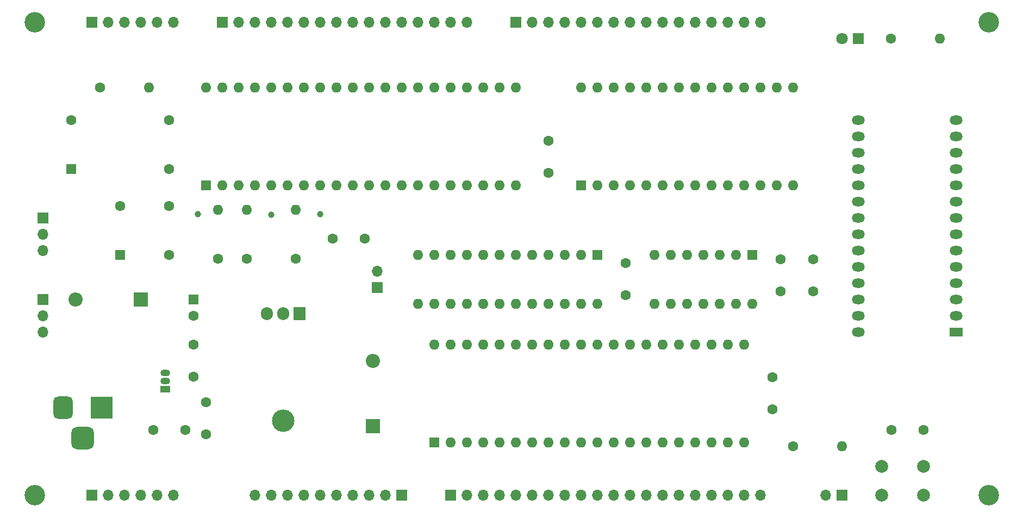
<source format=gts>
G04 #@! TF.GenerationSoftware,KiCad,Pcbnew,7.0.8-7.0.8~ubuntu22.04.1*
G04 #@! TF.CreationDate,2023-11-11T15:44:52+10:00*
G04 #@! TF.ProjectId,MiniComputerBase,4d696e69-436f-46d7-9075-746572426173,rev?*
G04 #@! TF.SameCoordinates,Original*
G04 #@! TF.FileFunction,Soldermask,Top*
G04 #@! TF.FilePolarity,Negative*
%FSLAX46Y46*%
G04 Gerber Fmt 4.6, Leading zero omitted, Abs format (unit mm)*
G04 Created by KiCad (PCBNEW 7.0.8-7.0.8~ubuntu22.04.1) date 2023-11-11 15:44:52*
%MOMM*%
%LPD*%
G01*
G04 APERTURE LIST*
G04 Aperture macros list*
%AMRoundRect*
0 Rectangle with rounded corners*
0 $1 Rounding radius*
0 $2 $3 $4 $5 $6 $7 $8 $9 X,Y pos of 4 corners*
0 Add a 4 corners polygon primitive as box body*
4,1,4,$2,$3,$4,$5,$6,$7,$8,$9,$2,$3,0*
0 Add four circle primitives for the rounded corners*
1,1,$1+$1,$2,$3*
1,1,$1+$1,$4,$5*
1,1,$1+$1,$6,$7*
1,1,$1+$1,$8,$9*
0 Add four rect primitives between the rounded corners*
20,1,$1+$1,$2,$3,$4,$5,0*
20,1,$1+$1,$4,$5,$6,$7,0*
20,1,$1+$1,$6,$7,$8,$9,0*
20,1,$1+$1,$8,$9,$2,$3,0*%
G04 Aperture macros list end*
%ADD10C,1.600000*%
%ADD11R,1.600000X1.600000*%
%ADD12O,1.600000X1.600000*%
%ADD13R,1.700000X1.700000*%
%ADD14O,1.700000X1.700000*%
%ADD15C,3.200000*%
%ADD16O,3.500000X3.500000*%
%ADD17R,1.905000X2.000000*%
%ADD18O,1.905000X2.000000*%
%ADD19C,1.000000*%
%ADD20C,2.000000*%
%ADD21R,3.500000X3.500000*%
%ADD22RoundRect,0.750000X-0.750000X-1.000000X0.750000X-1.000000X0.750000X1.000000X-0.750000X1.000000X0*%
%ADD23RoundRect,0.875000X-0.875000X-0.875000X0.875000X-0.875000X0.875000X0.875000X-0.875000X0.875000X0*%
%ADD24R,2.200000X2.200000*%
%ADD25O,2.200000X2.200000*%
%ADD26R,1.500000X1.050000*%
%ADD27O,1.500000X1.050000*%
%ADD28R,1.800000X1.800000*%
%ADD29C,1.800000*%
%ADD30R,2.000000X1.440000*%
%ADD31O,2.000000X1.440000*%
G04 APERTURE END LIST*
D10*
X91440000Y-87075000D03*
X91440000Y-92075000D03*
D11*
X91440000Y-53340000D03*
D12*
X93980000Y-53340000D03*
X96520000Y-53340000D03*
X99060000Y-53340000D03*
X101600000Y-53340000D03*
X104140000Y-53340000D03*
X106680000Y-53340000D03*
X109220000Y-53340000D03*
X111760000Y-53340000D03*
X114300000Y-53340000D03*
X116840000Y-53340000D03*
X119380000Y-53340000D03*
X121920000Y-53340000D03*
X124460000Y-53340000D03*
X127000000Y-53340000D03*
X129540000Y-53340000D03*
X132080000Y-53340000D03*
X134620000Y-53340000D03*
X137160000Y-53340000D03*
X139700000Y-53340000D03*
X139700000Y-38100000D03*
X137160000Y-38100000D03*
X134620000Y-38100000D03*
X132080000Y-38100000D03*
X129540000Y-38100000D03*
X127000000Y-38100000D03*
X124460000Y-38100000D03*
X121920000Y-38100000D03*
X119380000Y-38100000D03*
X116840000Y-38100000D03*
X114300000Y-38100000D03*
X111760000Y-38100000D03*
X109220000Y-38100000D03*
X106680000Y-38100000D03*
X104140000Y-38100000D03*
X101600000Y-38100000D03*
X99060000Y-38100000D03*
X96520000Y-38100000D03*
X93980000Y-38100000D03*
X91440000Y-38100000D03*
D13*
X93980000Y-27940000D03*
D14*
X96520000Y-27940000D03*
X99060000Y-27940000D03*
X101600000Y-27940000D03*
X104140000Y-27940000D03*
X106680000Y-27940000D03*
X109220000Y-27940000D03*
X111760000Y-27940000D03*
X114300000Y-27940000D03*
X116840000Y-27940000D03*
X119380000Y-27940000D03*
X121920000Y-27940000D03*
X124460000Y-27940000D03*
X127000000Y-27940000D03*
X129540000Y-27940000D03*
X132080000Y-27940000D03*
D15*
X64770000Y-27940000D03*
D10*
X74930000Y-38100000D03*
D12*
X82550000Y-38100000D03*
D11*
X89535000Y-71120000D03*
D10*
X89535000Y-73620000D03*
D15*
X213360000Y-27940000D03*
D10*
X93345000Y-64770000D03*
D12*
X93345000Y-57150000D03*
D15*
X213360000Y-101600000D03*
D13*
X139700000Y-27940000D03*
D14*
X142240000Y-27940000D03*
X144780000Y-27940000D03*
X147320000Y-27940000D03*
X149860000Y-27940000D03*
X152400000Y-27940000D03*
X154940000Y-27940000D03*
X157480000Y-27940000D03*
X160020000Y-27940000D03*
X162560000Y-27940000D03*
X165100000Y-27940000D03*
X167640000Y-27940000D03*
X170180000Y-27940000D03*
X172720000Y-27940000D03*
X175260000Y-27940000D03*
X177800000Y-27940000D03*
D13*
X129540000Y-101575000D03*
D14*
X132080000Y-101575000D03*
X134620000Y-101575000D03*
X137160000Y-101575000D03*
X139700000Y-101575000D03*
X142240000Y-101575000D03*
X144780000Y-101575000D03*
X147320000Y-101575000D03*
X149860000Y-101575000D03*
X152400000Y-101575000D03*
X154940000Y-101575000D03*
X157480000Y-101575000D03*
X160020000Y-101575000D03*
X162560000Y-101575000D03*
X165100000Y-101575000D03*
X167640000Y-101575000D03*
X170180000Y-101575000D03*
X172720000Y-101575000D03*
X175260000Y-101575000D03*
X177800000Y-101575000D03*
D10*
X180975000Y-69850000D03*
X180975000Y-64850000D03*
D11*
X70485000Y-50800000D03*
D10*
X85725000Y-50800000D03*
X85725000Y-43180000D03*
X70485000Y-43180000D03*
X97790000Y-64770000D03*
D12*
X97790000Y-57150000D03*
D13*
X118110000Y-69215000D03*
D14*
X118110000Y-66675000D03*
D13*
X121920000Y-101600000D03*
D14*
X119380000Y-101600000D03*
X116840000Y-101600000D03*
X114300000Y-101600000D03*
X111760000Y-101600000D03*
X109220000Y-101600000D03*
X106680000Y-101600000D03*
X104140000Y-101600000D03*
X101600000Y-101600000D03*
X99060000Y-101600000D03*
D11*
X176530000Y-64135000D03*
D12*
X173990000Y-64135000D03*
X171450000Y-64135000D03*
X168910000Y-64135000D03*
X166370000Y-64135000D03*
X163830000Y-64135000D03*
X161290000Y-64135000D03*
X161290000Y-71755000D03*
X163830000Y-71755000D03*
X166370000Y-71755000D03*
X168910000Y-71755000D03*
X171450000Y-71755000D03*
X173990000Y-71755000D03*
X176530000Y-71755000D03*
D10*
X83225000Y-91440000D03*
X88225000Y-91440000D03*
D11*
X152400000Y-64135000D03*
D12*
X149860000Y-64135000D03*
X147320000Y-64135000D03*
X144780000Y-64135000D03*
X142240000Y-64135000D03*
X139700000Y-64135000D03*
X137160000Y-64135000D03*
X134620000Y-64135000D03*
X132080000Y-64135000D03*
X129540000Y-64135000D03*
X127000000Y-64135000D03*
X124460000Y-64135000D03*
X124460000Y-71755000D03*
X127000000Y-71755000D03*
X129540000Y-71755000D03*
X132080000Y-71755000D03*
X134620000Y-71755000D03*
X137160000Y-71755000D03*
X139700000Y-71755000D03*
X142240000Y-71755000D03*
X144780000Y-71755000D03*
X147320000Y-71755000D03*
X149860000Y-71755000D03*
X152400000Y-71755000D03*
D15*
X64770000Y-101600000D03*
D10*
X198200000Y-91440000D03*
X203200000Y-91440000D03*
D16*
X103505000Y-89980000D03*
D17*
X106045000Y-73320000D03*
D18*
X103505000Y-73320000D03*
X100965000Y-73320000D03*
D10*
X198120000Y-30480000D03*
D12*
X205740000Y-30480000D03*
D19*
X90170000Y-57785000D03*
D20*
X196700000Y-97100000D03*
X203200000Y-97100000D03*
X196700000Y-101600000D03*
X203200000Y-101600000D03*
D11*
X149860000Y-53340000D03*
D12*
X152400000Y-53340000D03*
X154940000Y-53340000D03*
X157480000Y-53340000D03*
X160020000Y-53340000D03*
X162560000Y-53340000D03*
X165100000Y-53340000D03*
X167640000Y-53340000D03*
X170180000Y-53340000D03*
X172720000Y-53340000D03*
X175260000Y-53340000D03*
X177800000Y-53340000D03*
X180340000Y-53340000D03*
X182880000Y-53340000D03*
X182880000Y-38100000D03*
X180340000Y-38100000D03*
X177800000Y-38100000D03*
X175260000Y-38100000D03*
X172720000Y-38100000D03*
X170180000Y-38100000D03*
X167640000Y-38100000D03*
X165100000Y-38100000D03*
X162560000Y-38100000D03*
X160020000Y-38100000D03*
X157480000Y-38100000D03*
X154940000Y-38100000D03*
X152400000Y-38100000D03*
X149860000Y-38100000D03*
D10*
X144780000Y-46395000D03*
X144780000Y-51395000D03*
D19*
X109220000Y-57785000D03*
D10*
X182880000Y-93980000D03*
D12*
X190500000Y-93980000D03*
D13*
X66040000Y-71120000D03*
D14*
X66040000Y-73660000D03*
X66040000Y-76200000D03*
D13*
X66040000Y-58420000D03*
D14*
X66040000Y-60960000D03*
X66040000Y-63500000D03*
D10*
X111165000Y-61595000D03*
X116165000Y-61595000D03*
D21*
X75215000Y-87942500D03*
D22*
X69215000Y-87942500D03*
D23*
X72215000Y-92642500D03*
D10*
X105410000Y-64770000D03*
D12*
X105410000Y-57150000D03*
D10*
X89535000Y-83145000D03*
X89535000Y-78145000D03*
D24*
X81280000Y-71120000D03*
D25*
X71120000Y-71120000D03*
D11*
X127000000Y-93345000D03*
D12*
X129540000Y-93345000D03*
X132080000Y-93345000D03*
X134620000Y-93345000D03*
X137160000Y-93345000D03*
X139700000Y-93345000D03*
X142240000Y-93345000D03*
X144780000Y-93345000D03*
X147320000Y-93345000D03*
X149860000Y-93345000D03*
X152400000Y-93345000D03*
X154940000Y-93345000D03*
X157480000Y-93345000D03*
X160020000Y-93345000D03*
X162560000Y-93345000D03*
X165100000Y-93345000D03*
X167640000Y-93345000D03*
X170180000Y-93345000D03*
X172720000Y-93345000D03*
X175260000Y-93345000D03*
X175260000Y-78105000D03*
X172720000Y-78105000D03*
X170180000Y-78105000D03*
X167640000Y-78105000D03*
X165100000Y-78105000D03*
X162560000Y-78105000D03*
X160020000Y-78105000D03*
X157480000Y-78105000D03*
X154940000Y-78105000D03*
X152400000Y-78105000D03*
X149860000Y-78105000D03*
X147320000Y-78105000D03*
X144780000Y-78105000D03*
X142240000Y-78105000D03*
X139700000Y-78105000D03*
X137160000Y-78105000D03*
X134620000Y-78105000D03*
X132080000Y-78105000D03*
X129540000Y-78105000D03*
X127000000Y-78105000D03*
D26*
X85090000Y-85090000D03*
D27*
X85090000Y-83820000D03*
X85090000Y-82550000D03*
D10*
X156845000Y-70405000D03*
X156845000Y-65405000D03*
D28*
X193040000Y-30480000D03*
D29*
X190500000Y-30480000D03*
D10*
X186055000Y-69850000D03*
X186055000Y-64850000D03*
D19*
X101600000Y-57910000D03*
D10*
X179705000Y-88225000D03*
X179705000Y-83225000D03*
D13*
X190500000Y-101600000D03*
D14*
X187960000Y-101600000D03*
D13*
X73660000Y-101600000D03*
D14*
X76200000Y-101600000D03*
X78740000Y-101600000D03*
X81280000Y-101600000D03*
X83820000Y-101600000D03*
X86360000Y-101600000D03*
D30*
X208280000Y-76200000D03*
D31*
X208280000Y-73660000D03*
X208280000Y-71120000D03*
X208280000Y-68580000D03*
X208280000Y-66040000D03*
X208280000Y-63500000D03*
X208280000Y-60960000D03*
X208280000Y-58420000D03*
X208280000Y-55880000D03*
X208280000Y-53340000D03*
X208280000Y-50800000D03*
X208280000Y-48260000D03*
X208280000Y-45720000D03*
X208280000Y-43180000D03*
X193040000Y-43180000D03*
X193040000Y-45720000D03*
X193040000Y-48260000D03*
X193040000Y-50800000D03*
X193040000Y-53340000D03*
X193040000Y-55880000D03*
X193040000Y-58420000D03*
X193040000Y-60960000D03*
X193040000Y-63500000D03*
X193040000Y-66040000D03*
X193040000Y-68580000D03*
X193040000Y-71120000D03*
X193040000Y-73660000D03*
X193040000Y-76200000D03*
D13*
X73660000Y-27940000D03*
D14*
X76200000Y-27940000D03*
X78740000Y-27940000D03*
X81280000Y-27940000D03*
X83820000Y-27940000D03*
X86360000Y-27940000D03*
D24*
X117475000Y-90805000D03*
D25*
X117475000Y-80645000D03*
D11*
X78105000Y-64135000D03*
D10*
X85725000Y-64135000D03*
X85725000Y-56515000D03*
X78105000Y-56515000D03*
M02*

</source>
